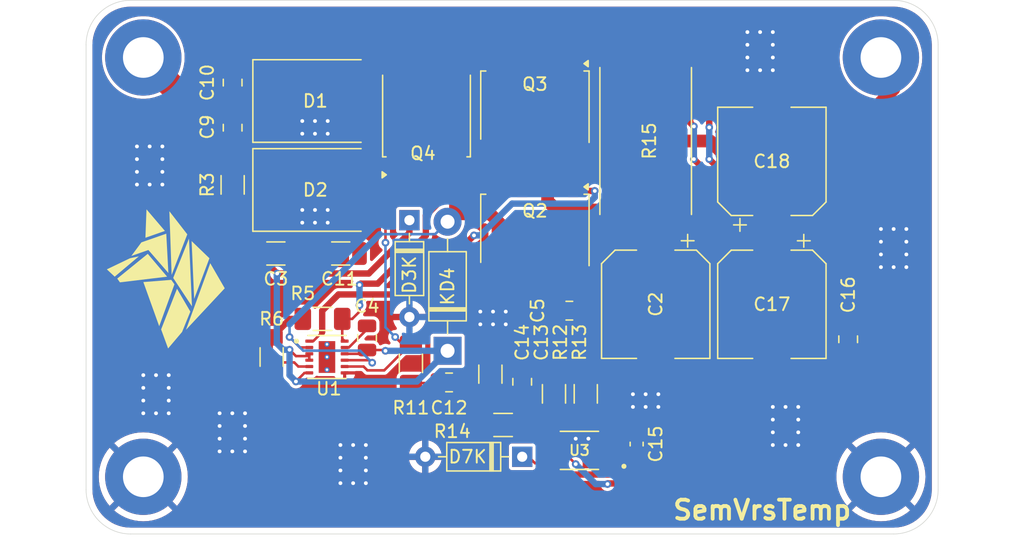
<source format=kicad_pcb>
(kicad_pcb (version 20240108) (generator "pcbnew") (generator_version "8.0")
  (layers (0 "F.Cu" signal) (31 "B.Cu" signal) (34 "B.Paste" user) (35 "F.Paste" user) (36 "B.SilkS" user "B.Silkscreen") (37 "F.SilkS" user "F.Silkscreen") (38 "B.Mask" user) (39 "F.Mask" user) (44 "Edge.Cuts" user))
  (net 0 "")
  (net 1 "GND")
  (net 2 "V_FILTERED")
  (net 3 "/VS")
  (net 4 "Net-(C4--)")
  (net 5 "VBat")
  (net 6 "Net-(C11-+)")
  (net 7 "Net-(C12-+)")
  (net 8 "Net-(C14-+)")
  (net 9 "/OUT")
  (net 10 "Net-(D7-K)")
  (net 11 "/DGATE")
  (net 12 "/SENSE")
  (net 13 "/HGATE")
  (net 14 "Net-(R5--)")
  (net 15 "/UVLO")
  (net 16 "Net-(R14-+)")
  (net 19 "/V_INTER")
  (footprint "PCM_SL_Mechanical:MountingHole_3.2mm_Pad" (layer "F.Cu") (at 47 73)
    (property "Reference" "H1" (hide yes))
    (property "Value" "MountingHole_M3_3.2mm_Pad")
    (pad "1" thru_hole circle (at 0 0) (size 6 6) (drill 3.2) (layers "*.Cu" "*.Mask") (net 1 "GND"))
  )
  (footprint "Capacitor_SMD:C_0805_2012Metric" (layer "F.Cu") (at 76.7925 65.5225 90)
    (property "Reference" "C13" (at 3.1 1.5 -90) (layer "F.SilkS"))
    (property "Value" "100nF")
    (pad "1" smd roundrect (at -0.95 0 90) (size 1 1.45) (layers "F.Cu" "F.Paste" "F.Mask") (net 19 "/V_INTER"))
    (pad "2" smd roundrect (at 0.95 0 90) (size 1 1.45) (layers "F.Cu" "F.Paste" "F.Mask") (net 1 "GND"))
  )
  (footprint "PCM_SL_Mechanical:MountingHole_3.2mm_Pad" (layer "F.Cu") (at 47 40)
    (property "Reference" "H2" (hide yes))
    (property "Value" "MountingHole_M3_3.2mm_Pad")
    (pad "1" thru_hole circle (at 0 0) (size 6 6) (drill 3.2) (layers "*.Cu" "*.Mask") (net 5 "VBat"))
  )
  (footprint "Capacitor_SMD:C_0805_2012Metric" (layer "F.Cu") (at 80.5 59.925 180)
    (property "Reference" "C5" (at 2.5 0.0025 90) (layer "F.SilkS"))
    (property "Value" "2.2uF")
    (pad "1" smd roundrect (at -0.95 0 180) (size 1 1.45) (layers "F.Cu" "F.Paste" "F.Mask") (net 19 "/V_INTER"))
    (pad "2" smd roundrect (at 0.95 0 180) (size 1 1.45) (layers "F.Cu" "F.Paste" "F.Mask") (net 1 "GND"))
  )
  (footprint "Diode_SMD:D_SMC" (layer "F.Cu") (at 60.525 50.425)
    (property "Reference" "D2" (at 0 0 0) (layer "F.SilkS"))
    (property "Value" "5.0SMDJ33CA")
    (pad "1" smd roundrect (at -3.4 0 90) (size 3.3 2.5) (layers "F.Cu" "F.Paste" "F.Mask") (roundrect_rratio 0.1) (net 1 "GND"))
    (pad "2" smd roundrect (at 3.4 0 90) (size 3.3 2.5) (layers "F.Cu" "F.Paste" "F.Mask") (roundrect_rratio 0.1) (net 6 "Net-(C11-+)"))
  )
  (footprint "LM5069MM-2_NOPB:SOP50P490X110-10N" (layer "F.Cu") (at 81.2925 70.9225 180)
    (property "Reference" "U3" (at 0 0 0) (layer "F.SilkS") (effects (font (size 0.8 0.8))))
    (property "Value" "LM5069MM-2_NOPB")
    (pad "1" smd roundrect (at -2.15 -1 180) (size 1.47 0.28) (layers "F.Cu" "F.Paste" "F.Mask") (roundrect_rratio 0.125) (net 12 "/SENSE"))
    (pad "2" smd roundrect (at -2.15 -0.5 180) (size 1.47 0.28) (layers "F.Cu" "F.Paste" "F.Mask") (roundrect_rratio 0.125) (net 19 "/V_INTER"))
    (pad "3" smd roundrect (at -2.15 0 180) (size 1.47 0.28) (layers "F.Cu" "F.Paste" "F.Mask") (roundrect_rratio 0.125) (net 15 "/UVLO"))
    (pad "4" smd roundrect (at -2.15 0.5 180) (size 1.47 0.28) (layers "F.Cu" "F.Paste" "F.Mask") (roundrect_rratio 0.125) (net 1 "GND"))
    (pad "5" smd roundrect (at -2.15 1 180) (size 1.47 0.28) (layers "F.Cu" "F.Paste" "F.Mask") (roundrect_rratio 0.125) (net 1 "GND"))
    (pad "6" smd roundrect (at 2.15 1 180) (size 1.47 0.28) (layers "F.Cu" "F.Paste" "F.Mask") (roundrect_rratio 0.125) (net 8 "Net-(C14-+)"))
    (pad "7" smd roundrect (at 2.15 0.5 180) (size 1.47 0.28) (layers "F.Cu" "F.Paste" "F.Mask") (roundrect_rratio 0.125) (net 16 "Net-(R14-+)"))
    (pad "8" smd roundrect (at 2.15 0 180) (size 1.47 0.28) (layers "F.Cu" "F.Paste" "F.Mask") (roundrect_rratio 0.125))
    (pad "9" smd roundrect (at 2.15 -0.5 180) (size 1.47 0.28) (layers "F.Cu" "F.Paste" "F.Mask") (roundrect_rratio 0.125) (net 2 "V_FILTERED"))
    (pad "10" smd roundrect (at 2.15 -1 180) (size 1.47 0.28) (layers "F.Cu" "F.Paste" "F.Mask") (roundrect_rratio 0.125) (net 10 "Net-(D7-K)"))
  )
  (footprint "Capacitor_SMD:C_0805_2012Metric" (layer "F.Cu") (at 54.025 45.525 -90)
    (property "Reference" "C9" (at -0.05 2 90) (layer "F.SilkS"))
    (property "Value" "100nF")
    (pad "1" smd roundrect (at -0.95 0 270) (size 1 1.45) (layers "F.Cu" "F.Paste" "F.Mask") (net 5 "VBat"))
    (pad "2" smd roundrect (at 0.95 0 270) (size 1 1.45) (layers "F.Cu" "F.Paste" "F.Mask") (net 1 "GND"))
  )
  (footprint "LM74800QDRRRQ1:IC_LM74800QDRRRQ1" (layer "F.Cu") (at 61.4425 63.5725)
    (property "Reference" "U1" (at 0.15 2.5 0) (layer "F.SilkS"))
    (property "Value" "LM74800QDRRRQ1")
    (pad "1" smd roundrect (at -1.39 -1.25) (size 0.62 0.25) (layers "F.Cu" "F.Paste" "F.Mask") (roundrect_rratio 0.2) (net 11 "/DGATE"))
    (pad "2" smd roundrect (at -1.39 -0.75) (size 0.62 0.25) (layers "F.Cu" "F.Paste" "F.Mask") (roundrect_rratio 0.2) (net 9 "/OUT"))
    (pad "3" smd roundrect (at -1.39 -0.25) (size 0.62 0.25) (layers "F.Cu" "F.Paste" "F.Mask") (roundrect_rratio 0.2) (net 3 "/VS"))
    (pad "4" smd roundrect (at -1.39 0.25) (size 0.62 0.25) (layers "F.Cu" "F.Paste" "F.Mask") (roundrect_rratio 0.2) (net 3 "/VS"))
    (pad "5" smd roundrect (at -1.39 0.75) (size 0.62 0.25) (layers "F.Cu" "F.Paste" "F.Mask") (roundrect_rratio 0.2) (net 14 "Net-(R5--)"))
    (pad "6" smd roundrect (at -1.39 1.25) (size 0.62 0.25) (layers "F.Cu" "F.Paste" "F.Mask") (roundrect_rratio 0.2) (net 3 "/VS"))
    (pad "7" smd roundrect (at 1.39 1.25) (size 0.62 0.25) (layers "F.Cu" "F.Paste" "F.Mask") (roundrect_rratio 0.2) (net 1 "GND"))
    (pad "8" smd roundrect (at 1.39 0.75) (size 0.62 0.25) (layers "F.Cu" "F.Paste" "F.Mask") (roundrect_rratio 0.2) (net 13 "/HGATE"))
    (pad "9" smd roundrect (at 1.39 0.25) (size 0.62 0.25) (layers "F.Cu" "F.Paste" "F.Mask") (roundrect_rratio 0.2) (net 9 "/OUT"))
    (pad "10" smd roundrect (at 1.39 -0.25) (size 0.62 0.25) (layers "F.Cu" "F.Paste" "F.Mask") (roundrect_rratio 0.2) (net 3 "/VS"))
    (pad "11" smd roundrect (at 1.39 -0.75) (size 0.62 0.25) (layers "F.Cu" "F.Paste" "F.Mask") (roundrect_rratio 0.2) (net 4 "Net-(C4--)"))
    (pad "12" smd roundrect (at 1.39 -1.25) (size 0.62 0.25) (layers "F.Cu" "F.Paste" "F.Mask") (roundrect_rratio 0.2) (net 2 "V_FILTERED"))
    (pad "13" smd rect (at 0 0) (size 1.3 2.5) (layers "F.Cu" "F.Mask"))
    (pad "14" thru_hole circle (at 0 -1) (size 0.4 0.4) (drill 0.2) (layers "*.Cu"))
    (pad "15" thru_hole circle (at 0 0) (size 0.4 0.4) (drill 0.2) (layers "*.Cu"))
    (pad "16" thru_hole circle (at 0 1) (size 0.4 0.4) (drill 0.2) (layers "*.Cu"))
  )
  (footprint "Capacitor_SMD:C_1206_3216Metric" (layer "F.Cu") (at 62.525 55.425 180)
    (property "Reference" "C11" (at 0.1 -2 0) (layer "F.SilkS"))
    (property "Value" "1uF")
    (pad "1" smd roundrect (at -1.475 0 180) (size 1.15 1.8) (layers "F.Cu" "F.Paste" "F.Mask") (roundrect_rratio 0.217391) (net 6 "Net-(C11-+)"))
    (pad "2" smd roundrect (at 1.475 0 180) (size 1.15 1.8) (layers "F.Cu" "F.Paste" "F.Mask") (roundrect_rratio 0.217391) (net 1 "GND"))
  )
  (footprint "Resistor_SMD:R_1206_3216Metric_Pad1.30x1.75mm_HandSolder" (layer "F.Cu") (at 68.0425 64.0725 -90)
    (property "Reference" "R11" (at 3.5 0 180) (layer "F.SilkS"))
    (property "Value" "100R")
    (pad "1" smd roundrect (at -1.55 0 270) (size 1.3 1.75) (layers "F.Cu" "F.Paste" "F.Mask") (roundrect_rratio 0.192308) (net 13 "/HGATE"))
    (pad "2" smd roundrect (at 1.55 0 270) (size 1.3 1.75) (layers "F.Cu" "F.Paste" "F.Mask") (roundrect_rratio 0.192308) (net 7 "Net-(C12-+)"))
  )
  (footprint "Diode_THT:D_DO-41_SOD81_P10.16mm_Horizontal" (layer "F.Cu") (at 70.925 63.085 90)
    (property "Reference" "D4" (at 5.58 0 90) (layer "F.SilkS"))
    (property "Value" "1N4002")
    (fp_text user "K" (at 4.08 0 90) (layer "F.SilkS"))
    (pad "1" thru_hole rect (at 0 0 90) (size 2.2 2.2) (drill 1.1) (layers "*.Cu" "*.Mask") (net 3 "/VS"))
    (pad "2" thru_hole oval (at 10.16 0 90) (size 2.2 2.2) (drill 1.1) (layers "*.Cu" "*.Mask") (net 9 "/OUT"))
  )
  (footprint "Resistor_SMD:R_1206_3216Metric_Pad1.30x1.75mm_HandSolder" (layer "F.Cu") (at 79.2925 66.4725 -90)
    (property "Reference" "R12" (at -4.05 -0.5 90) (layer "F.SilkS"))
    (property "Value" "95.3k")
    (pad "1" smd roundrect (at -1.55 0 270) (size 1.3 1.75) (layers "F.Cu" "F.Paste" "F.Mask") (roundrect_rratio 0.192308) (net 19 "/V_INTER"))
    (pad "2" smd roundrect (at 1.55 0 270) (size 1.3 1.75) (layers "F.Cu" "F.Paste" "F.Mask") (roundrect_rratio 0.192308) (net 15 "/UVLO"))
  )
  (footprint "Capacitor_SMD:C_0805_2012Metric" (layer "F.Cu") (at 71.0425 65.5725)
    (property "Reference" "C12" (at 0 2 0) (layer "F.SilkS"))
    (property "Value" "10nF")
    (pad "1" smd roundrect (at -0.95 0) (size 1 1.45) (layers "F.Cu" "F.Paste" "F.Mask") (net 7 "Net-(C12-+)"))
    (pad "2" smd roundrect (at 0.95 0) (size 1 1.45) (layers "F.Cu" "F.Paste" "F.Mask") (net 1 "GND"))
  )
  (footprint "Diode_SMD:D_SMC" (layer "F.Cu") (at 60.525 43.425)
    (property "Reference" "D1" (at 0 0 0) (layer "F.SilkS"))
    (property "Value" "5.0SMDJ120A")
    (pad "1" smd roundrect (at -3.4 0 90) (size 3.3 2.5) (layers "F.Cu" "F.Paste" "F.Mask") (roundrect_rratio 0.1) (net 5 "VBat"))
    (pad "2" smd roundrect (at 3.4 0 90) (size 3.3 2.5) (layers "F.Cu" "F.Paste" "F.Mask") (roundrect_rratio 0.1) (net 6 "Net-(C11-+)"))
  )
  (footprint "PCM_SL_Mechanical:MountingHole_3.2mm_Pad" (layer "F.Cu") (at 105 40)
    (property "Reference" "H3" (hide yes))
    (property "Value" "MountingHole_M3_3.2mm_Pad")
    (pad "1" thru_hole circle (at 0 0) (size 6 6) (drill 3.2) (layers "*.Cu" "*.Mask") (net 2 "V_FILTERED"))
  )
  (footprint "Resistor_SMD:R_1206_3216Metric_Pad1.30x1.75mm_HandSolder" (layer "F.Cu") (at 57.0925 63.5725 -90)
    (property "Reference" "R6" (at -3 0 180) (layer "F.SilkS"))
    (property "Value" "3.48K")
    (pad "1" smd roundrect (at -1.55 0 270) (size 1.3 1.75) (layers "F.Cu" "F.Paste" "F.Mask") (roundrect_rratio 0.192308) (net 14 "Net-(R5--)"))
    (pad "2" smd roundrect (at 1.55 0 270) (size 1.3 1.75) (layers "F.Cu" "F.Paste" "F.Mask") (roundrect_rratio 0.192308) (net 1 "GND"))
  )
  (footprint "Capacitor_SMD:CP_Elec_8x10" (layer "F.Cu") (at 96.425 48.175 90)
    (property "Reference" "C18" (at 0 0 0) (layer "F.SilkS"))
    (property "Value" "100uF")
    (pad "1" smd roundrect (at -3.25 0 90) (size 3.5 2.5) (layers "F.Cu" "F.Paste" "F.Mask") (roundrect_rratio 0.1) (net 2 "V_FILTERED"))
    (pad "2" smd roundrect (at 3.25 0 90) (size 3.5 2.5) (layers "F.Cu" "F.Paste" "F.Mask") (roundrect_rratio 0.1) (net 1 "GND"))
  )
  (footprint "Capacitor_SMD:C_1206_3216Metric" (layer "F.Cu") (at 57.425 55.425)
    (property "Reference" "C3" (at 0 2 180) (layer "F.SilkS"))
    (property "Value" "1uF")
    (pad "1" smd roundrect (at -1.475 0) (size 1.15 1.8) (layers "F.Cu" "F.Paste" "F.Mask") (roundrect_rratio 0.217391) (net 3 "/VS"))
    (pad "2" smd roundrect (at 1.475 0) (size 1.15 1.8) (layers "F.Cu" "F.Paste" "F.Mask") (roundrect_rratio 0.217391) (net 1 "GND"))
  )
  (footprint "Capacitor_SMD:CP_Elec_8x10" (layer "F.Cu") (at 87.2925 59.4225 -90)
    (property "Reference" "C2" (at 0 0 90) (layer "F.SilkS"))
    (property "Value" "47uF")
    (pad "1" smd roundrect (at -3.25 0 270) (size 3.5 2.5) (layers "F.Cu" "F.Paste" "F.Mask") (roundrect_rratio 0.1) (net 19 "/V_INTER"))
    (pad "2" smd roundrect (at 3.25 0 270) (size 3.5 2.5) (layers "F.Cu" "F.Paste" "F.Mask") (roundrect_rratio 0.1) (net 1 "GND"))
  )
  (footprint "Resistor_SMD:R_1206_3216Metric_Pad1.30x1.75mm_HandSolder" (layer "F.Cu") (at 61.0925 60.5725 180)
    (property "Reference" "R5" (at 1.55 2 0) (layer "F.SilkS"))
    (property "Value" "100k")
    (pad "1" smd roundrect (at -1.55 0 180) (size 1.3 1.75) (layers "F.Cu" "F.Paste" "F.Mask") (roundrect_rratio 0.192308) (net 2 "V_FILTERED"))
    (pad "2" smd roundrect (at 1.55 0 180) (size 1.3 1.75) (layers "F.Cu" "F.Paste" "F.Mask") (roundrect_rratio 0.192308) (net 14 "Net-(R5--)"))
  )
  (footprint "PCM_SL_Mechanical:MountingHole_3.2mm_Pad" (layer "F.Cu") (at 105 73)
    (property "Reference" "H4" (hide yes))
    (property "Value" "MountingHole_M3_3.2mm_Pad")
    (pad "1" thru_hole circle (at 0 0) (size 6 6) (drill 3.2) (layers "*.Cu" "*.Mask") (net 1 "GND"))
  )
  (footprint "Package_TO_SOT_SMD:LFPAK88" (layer "F.Cu") (at 77.7925 44.4225 -90)
    (property "Reference" "Q3" (at -2.32 0 0) (layer "F.SilkS"))
    (property "Value" "SQJQ466E")
    (pad "1" smd roundrect (at -3.82 -3 270) (size 1.4 1.2) (layers "F.Cu" "F.Paste" "F.Mask") (net 10 "Net-(D7-K)"))
    (pad "2" smd roundrect (at -3.82 -1 270) (size 1.4 1.2) (layers "F.Cu" "F.Paste" "F.Mask") (net 12 "/SENSE"))
    (pad "3" smd roundrect (at -3.82 1 270) (size 1.4 1.2) (layers "F.Cu" "F.Paste" "F.Mask") (net 12 "/SENSE"))
    (pad "4" smd roundrect (at -3.82 3 270) (size 1.4 1.2) (layers "F.Cu" "F.Paste" "F.Mask") (net 12 "/SENSE"))
    (pad "5" smd roundrect (at -0.55 -2.25 270) (size 1.15 2.05) (layers "F.Cu" "F.Paste") (net 2 "V_FILTERED"))
    (pad "5" smd roundrect (at -0.55 0 270) (size 1.15 2.05) (layers "F.Cu" "F.Paste") (net 2 "V_FILTERED"))
    (pad "5" smd roundrect (at -0.55 2.25 270) (size 1.15 2.05) (layers "F.Cu" "F.Paste") (net 2 "V_FILTERED"))
    (pad "5" smd custom (at 0.65 0 270) (size 3.74 6.8) (layers "F.Cu" "F.Mask") (net 2 "V_FILTERED") (options (clearance outline) (anchor rect)) (primitives (gr_poly (pts (xy 1.87 3.4) (xy 1.87 4.3) (xy 3.63 4.3) (xy 3.63 -4.3) (xy 1.87 -4.3) (xy 1.87 -3.4)) (width 0) (fill yes))))
    (pad "5" smd roundrect (at 0.8 -2.25 270) (size 1.15 2.05) (layers "F.Cu" "F.Paste") (net 2 "V_FILTERED"))
    (pad "5" smd roundrect (at 0.8 0 270) (size 1.15 2.05) (layers "F.Cu" "F.Paste") (net 2 "V_FILTERED"))
    (pad "5" smd roundrect (at 0.8 2.25 270) (size 1.15 2.05) (layers "F.Cu" "F.Paste") (net 2 "V_FILTERED"))
    (pad "5" smd roundrect (at 2.15 -2.25 270) (size 1.15 2.05) (layers "F.Cu" "F.Paste") (net 2 "V_FILTERED"))
    (pad "5" smd roundrect (at 2.15 0 270) (size 1.15 2.05) (layers "F.Cu" "F.Paste") (net 2 "V_FILTERED"))
    (pad "5" smd roundrect (at 2.15 2.25 270) (size 1.15 2.05) (layers "F.Cu" "F.Paste") (net 2 "V_FILTERED"))
    (pad "5" smd roundrect (at 3.55 -3.55 270) (size 1.25 1.2) (layers "F.Cu" "F.Paste") (net 2 "V_FILTERED"))
    (pad "5" smd roundrect (at 3.55 0 270) (size 1.25 0.7) (layers "F.Cu" "F.Paste") (net 2 "V_FILTERED"))
    (pad "5" smd roundrect (at 3.55 3.55 270) (size 1.25 1.2) (layers "F.Cu" "F.Paste") (net 2 "V_FILTERED"))
    (pad "5" smd roundrect (at 3.825 -1.7 270) (size 0.7 2.1) (layers "F.Cu" "F.Paste") (net 2 "V_FILTERED"))
    (pad "5" smd roundrect (at 3.825 1.7 270) (size 0.7 2.1) (layers "F.Cu" "F.Paste") (net 2 "V_FILTERED"))
  )
  (footprint "Capacitor_SMD:C_1206_3216Metric" (layer "F.Cu") (at 74.2925 64.9225 90)
    (property "Reference" "C14" (at 2.5 2.5 -90) (layer "F.SilkS"))
    (property "Value" "0.56uF")
    (pad "1" smd roundrect (at -1.475 0 90) (size 1.15 1.8) (layers "F.Cu" "F.Paste" "F.Mask") (roundrect_rratio 0.217391) (net 8 "Net-(C14-+)"))
    (pad "2" smd roundrect (at 1.475 0 90) (size 1.15 1.8) (layers "F.Cu" "F.Paste" "F.Mask") (roundrect_rratio 0.217391) (net 1 "GND"))
  )
  (footprint "Diode_THT:D_DO-35_SOD27_P7.62mm_Horizontal" (layer "F.Cu") (at 76.7925 71.4225 180)
    (property "Reference" "D7" (at 4.81 0 0) (layer "F.SilkS"))
    (property "Value" "1N6263")
    (fp_text user "K" (at 3.31 0 0) (layer "F.SilkS"))
    (pad "1" thru_hole rect (at 0 0 180) (size 1.6 1.6) (drill 0.8) (layers "*.Cu" "*.Mask") (net 10 "Net-(D7-K)"))
    (pad "2" thru_hole oval (at 7.62 0 180) (size 1.6 1.6) (drill 0.8) (layers "*.Cu" "*.Mask") (net 1 "GND"))
  )
  (footprint "Capacitor_SMD:C_0805_2012Metric" (layer "F.Cu") (at 54.025 41.975 90)
    (property "Reference" "C10" (at 0 -2 90) (layer "F.SilkS"))
    (property "Value" "100nF")
    (pad "1" smd roundrect (at -0.95 0 90) (size 1 1.45) (layers "F.Cu" "F.Paste" "F.Mask") (net 5 "VBat"))
    (pad "2" smd roundrect (at 0.95 0 90) (size 1 1.45) (layers "F.Cu" "F.Paste" "F.Mask") (net 1 "GND"))
  )
  (footprint "Capacitor_SMD:C_0805_2012Metric" (layer "F.Cu") (at 102.425 62.175 -90)
    (property "Reference" "C16" (at -3.5 0 90) (layer "F.SilkS"))
    (property "Value" "100nF")
    (pad "1" smd roundrect (at -0.95 0 270) (size 1 1.45) (layers "F.Cu" "F.Paste" "F.Mask") (net 2 "V_FILTERED"))
    (pad "2" smd roundrect (at 0.95 0 270) (size 1 1.45) (layers "F.Cu" "F.Paste" "F.Mask") (net 1 "GND"))
  )
  (footprint "Package_TO_SOT_SMD:TO-252-3_TabPin2" (layer "F.Cu") (at 69.2675 44.5075 90)
    (property "Reference" "Q4" (at -3.04 -0.28 0) (layer "F.SilkS"))
    (property "Value" "IRFR210PBF")
    (pad "1" smd roundrect (at -5.04 -2.28 90) (size 2.2 1.2) (layers "F.Cu" "F.Paste" "F.Mask") (roundrect_rratio 0.208333) (net 13 "/HGATE"))
    (pad "2" smd roundrect (at -5.04 0 90) (size 2.2 1.2) (layers "F.Cu" "F.Paste" "F.Mask") (roundrect_rratio 0.208333) (net 5 "VBat"))
    (pad "2" smd roundrect (at -0.415 -1.525 90) (size 3.05 2.75) (layers "F.Cu" "F.Paste") (roundrect_rratio 0.090909) (net 5 "VBat"))
    (pad "2" smd roundrect (at -0.415 1.525 90) (size 3.05 2.75) (layers "F.Cu" "F.Paste") (roundrect_rratio 0.090909) (net 5 "VBat"))
    (pad "2" smd roundrect (at 1.26 0 90) (size 6.4 5.8) (layers "F.Cu" "F.Mask") (roundrect_rratio 0.043103) (net 5 "VBat"))
    (pad "2" smd roundrect (at 2.935 -1.525 90) (size 3.05 2.75) (layers "F.Cu" "F.Paste") (roundrect_rratio 0.090909) (net 5 "VBat"))
    (pad "2" smd roundrect (at 2.935 1.525 90) (size 3.05 2.75) (layers "F.Cu" "F.Paste") (roundrect_rratio 0.090909) (net 5 "VBat"))
    (pad "3" smd roundrect (at -5.04 2.28 90) (size 2.2 1.2) (layers "F.Cu" "F.Paste" "F.Mask") (roundrect_rratio 0.208333) (net 9 "/OUT"))
  )
  (footprint "Capacitor_SMD:C_0603_1608Metric" (layer "F.Cu") (at 85.7925 70.4225 90)
    (property "Reference" "C15" (at 0 1.5 90) (layer "F.SilkS"))
    (property "Value" "1000pF")
    (pad "1" smd roundrect (at -0.775 0 90) (size 0.9 0.95) (layers "F.Cu" "F.Paste" "F.Mask") (net 19 "/V_INTER"))
    (pad "2" smd roundrect (at 0.775 0 90) (size 0.9 0.95) (layers "F.Cu" "F.Paste" "F.Mask") (net 1 "GND"))
  )
  (footprint "Diode_THT:D_DO-35_SOD27_P7.62mm_Horizontal" (layer "F.Cu") (at 67.925 52.805 -90)
    (property "Reference" "D3" (at 4.81 0 90) (layer "F.SilkS"))
    (property "Value" "1N6263")
    (fp_text user "K" (at 3.31 0 90) (layer "F.SilkS"))
    (pad "1" thru_hole rect (at 0 0 270) (size 1.6 1.6) (drill 0.8) (layers "*.Cu" "*.Mask") (net 3 "/VS"))
    (pad "2" thru_hole oval (at 7.62 0 270) (size 1.6 1.6) (drill 0.8) (layers "*.Cu" "*.Mask") (net 1 "GND"))
  )
  (footprint "Capacitor_SMD:CP_Elec_8x10" (layer "F.Cu") (at 96.425 59.425 -90)
    (property "Reference" "C17" (at 0 0 0) (layer "F.SilkS"))
    (property "Value" "100uF")
    (pad "1" smd roundrect (at -3.25 0 270) (size 3.5 2.5) (layers "F.Cu" "F.Paste" "F.Mask") (roundrect_rratio 0.1) (net 2 "V_FILTERED"))
    (pad "2" smd roundrect (at 3.25 0 270) (size 3.5 2.5) (layers "F.Cu" "F.Paste" "F.Mask") (roundrect_rratio 0.1) (net 1 "GND"))
  )
  (footprint "Resistor_SMD:R_1206_3216Metric_Pad1.30x1.75mm_HandSolder" (layer "F.Cu") (at 75.2925 68.9225 180)
    (property "Reference" "R14" (at 4 -0.5 0) (layer "F.SilkS"))
    (property "Value" "54.9k")
    (pad "1" smd roundrect (at -1.55 0 180) (size 1.3 1.75) (layers "F.Cu" "F.Paste" "F.Mask") (roundrect_rratio 0.192308) (net 16 "Net-(R14-+)"))
    (pad "2" smd roundrect (at 1.55 0 180) (size 1.3 1.75) (layers "F.Cu" "F.Paste" "F.Mask") (roundrect_rratio 0.192308) (net 1 "GND"))
  )
  (footprint "Resistor_SMD:R_Shunt_Vishay_WSR2_WSR3_KelvinConnection" (layer "F.Cu") (at 86.7925 46.5725 90)
    (property "Reference" "R15" (at 0 0 90) (layer "F.SilkS"))
    (property "Value" "0.004R")
    (pad "1" smd rect (at -6.29 2.91 90) (size 0.51 0.6) (layers "F.Cu" "F.Paste" "F.Mask") (net 19 "/V_INTER"))
    (pad "1" smd rect (at -4.575 -0.29 90) (size 3.94 5.84) (layers "F.Cu" "F.Paste" "F.Mask") (net 19 "/V_INTER"))
    (pad "2" smd rect (at 4.575 -0.29 90) (size 3.94 5.84) (layers "F.Cu" "F.Paste" "F.Mask") (net 12 "/SENSE"))
    (pad "2" smd rect (at 6.29 2.91 90) (size 0.51 0.6) (layers "F.Cu" "F.Paste" "F.Mask") (net 12 "/SENSE"))
  )
  (footprint "Resistor_SMD:R_1206_3216Metric_Pad1.30x1.75mm_HandSolder" (layer "F.Cu") (at 81.7925 66.4725 90)
    (property "Reference" "R13" (at 4.05 -0.5 90) (layer "F.SilkS"))
    (property "Value" "13.7k")
    (pad "1" smd roundrect (at -1.55 0 90) (size 1.3 1.75) (layers "F.Cu" "F.Paste" "F.Mask") (roundrect_rratio 0.192308) (net 15 "/UVLO"))
    (pad "2" smd roundrect (at 1.55 0 90) (size 1.3 1.75) (layers "F.Cu" "F.Paste" "F.Mask") (roundrect_rratio 0.192308) (net 1 "GND"))
  )
  (footprint "Capacitor_SMD:C_0805_2012Metric" (layer "F.Cu") (at 64.5925 62.0725 90)
    (property "Reference" "C4" (at 2.5 0 180) (layer "F.SilkS"))
    (property "Value" "100nF")
    (pad "1" smd roundrect (at -0.95 0 90) (size 1 1.45) (layers "F.Cu" "F.Paste" "F.Mask") (net 3 "/VS"))
    (pad "2" smd roundrect (at 0.95 0 90) (size 1 1.45) (layers "F.Cu" "F.Paste" "F.Mask") (net 4 "Net-(C4--)"))
  )
  (footprint "Package_TO_SOT_SMD:LFPAK88" (layer "F.Cu") (at 77.7925 54.1225 -90)
    (property "Reference" "Q2" (at -2.05 0 0) (layer "F.SilkS"))
    (property "Value" "SQJQ466E")
    (pad "1" smd roundrect (at -3.82 -3 270) (size 1.4 1.2) (layers "F.Cu" "F.Paste" "F.Mask") (net 11 "/DGATE"))
    (pad "2" smd roundrect (at -3.82 -1 270) (size 1.4 1.2) (layers "F.Cu" "F.Paste" "F.Mask") (net 19 "/V_INTER"))
    (pad "3" smd roundrect (at -3.82 1 270) (size 1.4 1.2) (layers "F.Cu" "F.Paste" "F.Mask") (net 19 "/V_INTER"))
    (pad "4" smd roundrect (at -3.82 3 270) (size 1.4 1.2) (layers "F.Cu" "F.Paste" "F.Mask") (net 19 "/V_INTER"))
    (pad "5" smd roundrect (at -0.55 -2.25 270) (size 1.15 2.05) (layers "F.Cu" "F.Paste") (net 9 "/OUT"))
    (pad "5" smd roundrect (at -0.55 0 270) (size 1.15 2.05) (layers "F.Cu" "F.Paste") (net 9 "/OUT"))
    (pad "5" smd roundrect (at -0.55 2.25 270) (size 1.15 2.05) (layers "F.Cu" "F.Paste") (net 9 "/OUT"))
    (pad "5" smd custom (at 0.65 0 270) (size 3.74 6.8) (layers "F.Cu" "F.Mask") (net 9 "/OUT") (options (clearance outline) (anchor rect)) (primitives (gr_poly (pts (xy 1.87 3.4) (xy 1.87 4.3) (xy 3.63 4.3) (xy 3.63 -4.3) (xy 1.87 -4.3) (xy 1.87 -3.4)) (width 0) (fill yes))))
    (pad "5" smd roundrect (at 0.8 -2.25 270) (size 1.15 2.05) (layers "F.Cu" "F.Paste") (net 9 "/OUT"))
    (pad "5" smd roundrect (at 0.8 0 270) (size 1.15 2.05) (layers "F.Cu" "F.Paste") (net 9 "/OUT"))
    (pad "5" smd roundrect (at 0.8 2.25 270) (size 1.15 2.05) (layers "F.Cu" "F.Paste") (net 9 "/OUT"))
    (pad "5" smd roundrect (at 2.15 -2.25 270) (size 1.15 2.05) (layers "F.Cu" "F.Paste") (net 9 "/OUT"))
    (pad "5" smd roundrect (at 2.15 0 270) (size 1.15 2.05) (layers "F.Cu" "F.Paste") (net 9 "/OUT"))
    (pad "5" smd roundrect (at 2.15 2.25 270) (size 1.15 2.05) (layers "F.Cu" "F.Paste") (net 9 "/OUT"))
    (pad "5" smd roundrect (at 3.55 -3.55 270) (size 1.25 1.2) (layers "F.Cu" "F.Paste") (net 9 "/OUT"))
    (pad "5" smd roundrect (at 3.55 0 270) (size 1.25 0.7) (layers "F.Cu" "F.Paste") (net 9 "/OUT"))
    (pad "5" smd roundrect (at 3.55 3.55 270) (size 1.25 1.2) (layers "F.Cu" "F.Paste") (net 9 "/OUT"))
    (pad "5" smd roundrect (at 3.825 -1.7 270) (size 0.7 2.1) (layers "F.Cu" "F.Paste") (net 9 "/OUT"))
    (pad "5" smd roundrect (at 3.825 1.7 270) (size 0.7 2.1) (layers "F.Cu" "F.Paste") (net 9 "/OUT"))
  )
  (footprint "Resistor_SMD:R_1206_3216Metric_Pad1.30x1.75mm_HandSolder" (layer "F.Cu") (at 54.025 50.025 -90)
    (property "Reference" "R3" (at 0 2 90) (layer "F.SilkS"))
    (property "Value" "10k")
    (pad "1" smd roundrect (at -1.55 0 270) (size 1.3 1.75) (layers "F.Cu" "F.Paste" "F.Mask") (roundrect_rratio 0.192308) (net 5 "VBat"))
    (pad "2" smd roundrect (at 1.55 0 270) (size 1.3 1.75) (layers "F.Cu" "F.Paste" "F.Mask") (roundrect_rratio 0.192308) (net 3 "/VS"))
  )
  (gr_poly (pts (xy 48.7 53.65) (xy 47.166986 54.185944) (xy 47.25 51.95)) (fill solid) (layer "F.SilkS"))
  (gr_poly (pts (xy 50.826398 59.585489) (xy 49.35 57.350001) (xy 50.591838 54.249273)) (fill solid) (layer "F.SilkS"))
  (gr_poly (pts (xy 53.40444 58.164727) (xy 50.354992 61.434859) (xy 52.264107 56.189612)) (fill solid) (layer "F.SilkS"))
  (gr_poly (pts (xy 48.972416 56.961404) (xy 47.4 55.15) (xy 46.058387 55.619029) (xy 46.85 54.55) (xy 48.806326 53.866066)) (fill solid) (layer "F.SilkS"))
  (gr_poly (pts (xy 44.75 57.25) (xy 44.132756 56.672808) (xy 45.95 55.8) (xy 46.65 55.65)) (fill solid) (layer "F.SilkS"))
  (gr_poly (pts (xy 50.459227 53.917972) (xy 49.227962 57.109567) (xy 49.05 52.1)) (fill solid) (layer "F.SilkS"))
  (gr_poly (pts (xy 48.872076 57.25) (xy 45.162322 57.697251) (xy 44.95 57.4) (xy 47.35 55.45)) (fill solid) (layer "F.SilkS"))
  (gr_poly (pts (xy 50.7 60) (xy 50.05 61.6) (xy 48.95 62.9) (xy 48.4 61.4) (xy 49.65 58.2)) (fill solid) (layer "F.SilkS"))
  (gr_poly (pts (xy 52.200001 55.8) (xy 51 59) (xy 50.8 54.45)) (fill solid) (layer "F.SilkS"))
  (gr_poly (pts (xy 49.45 57.85) (xy 48.25 61.15) (xy 47.003702 57.675) (xy 49.2 57.5)) (fill solid) (layer "F.SilkS"))
  (gr_line (start 109.5 39) (end 109.5 74) (stroke (width 0.05)) (layer "Edge.Cuts"))
  (gr_line (start 46 35.5) (end 106 35.5) (stroke (width 0.05)) (layer "Edge.Cuts"))
  (gr_line (start 106 77.5) (end 46 77.5) (stroke (width 0.05)) (layer "Edge.Cuts"))
  (gr_arc (start 106 35.5) (mid 108.474874 36.525126) (end 109.5 39) (stroke (width 0.05)) (layer "Edge.Cuts"))
  (gr_arc (start 46 77.5) (mid 43.525126 76.474874) (end 42.5 74) (stroke (width 0.05)) (layer "Edge.Cuts"))
  (gr_arc (start 109.5 74) (mid 108.474874 76.474874) (end 106 77.5) (stroke (width 0.05)) (layer "Edge.Cuts"))
  (gr_arc (start 42.5 39) (mid 43.525126 36.525126) (end 46 35.5) (stroke (width 0.05)) (layer "Edge.Cuts"))
  (gr_line (start 42.5 74) (end 42.5 39) (stroke (width 0.05)) (layer "Edge.Cuts"))
  (gr_text "SemVrsTemp" (at 88.5 76.5 0) (layer "F.SilkS") (effects (font (size 1.5 1.5) (thickness 0.3) (bold yes)) (justify left bottom)))
  (segment (start 83.4425 69.9225) (end 83.4425 70.4225) (width 0.2) (layer "F.Cu") (net 1))
  (via (at 96.5 39) (size 0.6) (drill 0.3) (layers "F.Cu" "B.Cu") (net 1))
  (via (at 55 69) (size 0.6) (drill 0.3) (layers "F.Cu" "B.Cu") (net 1))
  (via (at 73.5 60) (size 0.6) (drill 0.3) (layers "F.Cu" "B.Cu") (net 1))
  (via (at 107 54.5) (size 0.6) (drill 0.3) (layers "F.Cu" "B.Cu") (net 1))
  (via (at 82 70) (size 0.6) (drill 0.3) (layers "F.Cu" "B.Cu") (net 1))
  (via (at 60.5 45) (size 0.6) (drill 0.3) (layers "F.Cu" "B.Cu") (net 1))
  (via (at 97.5 70.5) (size 0.6) (drill 0.3) (layers "F.Cu" "B.Cu") (net 1))
  (via (at 48.5 48) (size 0.6) (drill 0.3) (layers "F.Cu" "B.Cu") (net 1))
  (via (at 63.5 70.5) (size 0.6) (drill 0.3) (layers "F.Cu" "B.Cu") (net 1))
  (via (at 107 56.5) (size 0.6) (drill 0.3) (layers "F.Cu" "B.Cu") (net 1))
  (via (at 53 69) (size 0.6) (drill 0.3) (layers "F.Cu" "B.Cu") (net 1))
  (via (at 98.5 70.5) (size 0.6) (drill 0.3) (layers "F.Cu" "B.Cu") (net 1))
  (via (at 64.5 70.5) (size 0.6) (drill 0.3) (layers "F.Cu" "B.Cu") (net 1))
  (via (at 105 53.5) (size 0.6) (drill 0.3) (layers "F.Cu" "B.Cu") (net 1))
  (via (at 96.5 38) (size 0.6) (drill 0.3) (layers "F.Cu" "B.Cu") (net 1))
  (via (at 96.5 70.5) (size 0.6) (drill 0.3) (layers "F.Cu" "B.Cu") (net 1))
  (via (at 98.5 68.5) (size 0.6) (drill 0.3) (layers "F.Cu" "B.Cu") (net 1))
  (via (at 95.5 41) (size 0.6) (drill 0.3) (layers "F.Cu" "B.Cu") (net 1))
  (via (at 55 71) (size 0.6) (drill 0.3) (layers "F.Cu" "B.Cu") (net 1))
  (via (at 96.5 41) (size 0.6) (drill 0.3) (layers "F.Cu" "B.Cu") (net 1))
  (via (at 59.5 52) (size 0.6) (drill 0.3) (layers "F.Cu" "B.Cu") (net 1))
  (via (at 96.5 68.5) (size 0.6) (drill 0.3) (layers "F.Cu" "B.Cu") (net 1))
  (via (at 48.5 49) (size 0.6) (drill 0.3) (layers "F.Cu" "B.Cu") (net 1))
  (via (at 49 65) (size 0.6) (drill 0.3) (layers "F.Cu" "B.Cu") (net 1))
  (via (at 96.5 69.5) (size 0.6) (drill 0.3) (layers "F.Cu" "B.Cu") (net 1))
  (via (at 59.5 45) (size 0.6) (drill 0.3) (layers "F.Cu" "B.Cu") (net 1))
  (via (at 74.5 61) (size 0.6) (drill 0.3) (layers "F.Cu" "B.Cu") (net 1))
  (via (at 97.5 67.5) (size 0.6) (drill 0.3) (layers "F.Cu" "B.Cu") (net 1))
  (via (at 59.5 53) (size 0.6) (drill 0.3) (layers "F.Cu" "B.Cu") (net 1))
  (via (at 48 65) (size 0.6) (drill 0.3) (layers "F.Cu" "B.Cu") (net 1))
  (via (at 61.5 46) (size 0.6) (drill 0.3) (layers "F.Cu" "B.Cu") (net 1))
  (via (at 54 68) (size 0.6) (drill 0.3) (layers "F.Cu" "B.Cu") (net 1))
  (via (at 60.5 53) (size 0.6) (drill 0.3) (layers "F.Cu" "B.Cu") (net 1))
  (via (at 95.5 38) (size 0.6) (drill 0.3) (layers "F.Cu" "B.Cu") (net 1))
  (via (at 73.5 61) (size 0.6) (drill 0.3) (layers "F.Cu" "B.Cu") (net 1))
  (via (at 94.5 39) (size 0.6) (drill 0.3) (layers "F.Cu" "B.Cu") (net 1))
  (via (at 46.5 49) (size 0.6) (drill 0.3) (layers "F.Cu" "B.Cu") (net 1))
  (via (at 46.5 50) (size 0.6) (drill 0.3) (layers "F.Cu" "B.Cu") (net 1))
  (via (at 62.5 71.5) (size 0.6) (drill 0.3) (layers "F.Cu" "B.Cu") (net 1))
  (via (at 54 71) (size 0.6) (drill 0.3) (layers "F.Cu" "B.Cu") (net 1))
  (via (at 62.5 73.5) (size 0.6) (drill 0.3) (layers "F.Cu" "B.Cu") (net 1))
  (via (at 53 68) (size 0.6) (drill 0.3) (layers "F.Cu" "B.Cu") (net 1))
  (via (at 94.5 41) (size 0.6) (drill 0.3) (layers "F.Cu" "B.Cu") (net 1))
  (via (at 61.5 52) (size 0.6) (drill 0.3) (layers "F.Cu" "B.Cu") (net 1))
  (via (at 62.5 72.5) (size 0.6) (drill 0.3) (layers "F.Cu" "B.Cu") (net 1))
  (via (at 98.5 67.5) (size 0.6) (drill 0.3) (layers "F.Cu" "B.Cu") (net 1))
  (via (at 107 53.5) (size 0.6) (drill 0.3) (layers "F.Cu" "B.Cu") (net 1))
  (via (at 96.5 67.5) (size 0.6) (drill 0.3) (layers "F.Cu" "B.Cu") (net 1))
  (via (at 96.5 40) (size 0.6) (drill 0.3) (layers "F.Cu" "B.Cu") (net 1))
  (via (at 49 67) (size 0.6) (drill 0.3) (layers "F.Cu" "B.Cu") (net 1))
  (via (at 46.5 48) (size 0.6) (drill 0.3) (layers "F.Cu" "B.Cu") (net 1))
  (via (at 64.5 73.5) (size 0.6) (drill 0.3) (layers "F.Cu" "B.Cu") (net 1))
  (via (at 98.5 69.5) (size 0.6) (drill 0.3) (layers "F.Cu" "B.Cu") (net 1))
  (via (at 49 66) (size 0.6) (drill 0.3) (layers "F.Cu" "B.Cu") (net 1))
  (via (at 61.5 53) (size 0.6) (drill 0.3) (layers "F.Cu" "B.Cu") (net 1))
  (via (at 81 70) (size 0.6) (drill 0.3) (layers "F.Cu" "B.Cu") (net 1))
  (via (at 106 53.5) (size 0.6) (drill 0.3) (layers "F.Cu" "B.Cu") (net 1))
  (via (at 59.5 46) (size 0.6) (drill 0.3) (layers "F.Cu" "B.Cu") (net 1))
  (via (at 47 68) (size 0.6) (drill 0.3) (layers "F.Cu" "B.Cu") (net 1))
  (via (at 47.5 47) (size 0.6) (drill 0.3) (layers "F.Cu" "B.Cu") (net 1))
  (via (at 86.5 66.5) (size 0.6) (drill 0.3) (layers "F.Cu" "B.Cu") (net 1))
  (via (at 106 56.5) (size 0.6) (drill 0.3) (layers "F.Cu" "B.Cu") (net 1))
  (via (at 86.5 67.5) (size 0.6) (drill 0.3) (layers "F.Cu" "B.Cu") (net 1))
  (via (at 47 67) (size 0.6) (drill 0.3) (layers "F.Cu" "B.Cu") (net 1))
  (via (at 62.5 70.5) (size 0.6) (drill 0.3) (layers "F.Cu" "B.Cu") (net 1))
  (via (at 48 68) (size 0.6) (drill 0.3) (layers "F.Cu" "B.Cu") (net 1))
  (via (at 87.5 67.5) (size 0.6) (drill 0.3) (layers "F.Cu" "B.Cu") (net 1))
  (via (at 47 66) (size 0.6) (drill 0.3) (layers "F.Cu" "B.Cu") (net 1))
  (via (at 60.5 52) (size 0.6) (drill 0.3) (layers "F.Cu" "B.Cu") (net 1))
  (via (at 74.5 60) (size 0.6) (drill 0.3) (layers "F.Cu" "B.Cu") (net 1))
  (via (at 46.5 47) (size 0.6) (drill 0.3) (layers "F.Cu" "B.Cu") (net 1))
  (via (at 55 68) (size 0.6) (drill 0.3) (layers "F.Cu" "B.Cu") (net 1))
  (via (at 47 65) (size 0.6) (drill 0.3) (layers "F.Cu" "B.Cu") (net 1))
  (via (at 85.5 66.5) (size 0.6) (drill 0.3) (layers "F.Cu" "B.Cu") (net 1))
  (via (at 64.5 71.5) (size 0.6) (drill 0.3) (layers "F.Cu" "B.Cu") (net 1))
  (via (at 47.5 50) (size 0.6) (drill 0.3) (layers "F.Cu" "B.Cu") (net 1))
  (via (at 105 54.5) (size 0.6) (drill 0.3) (layers "F.Cu" "B.Cu") (net 1))
  (via (at 55 70) (size 0.6) (drill 0.3) (layers "F.Cu" "B.Cu") (net 1))
  (via (at 48.5 47) (size 0.6) (drill 0.3) (layers "F.Cu" "B.Cu") (net 1))
  (via (at 107 55.5) (size 0.6) (drill 0.3) (layers "F.Cu" "B.Cu") (net 1))
  (via (at 60.5 46) (size 0.6) (drill 0.3) (layers "F.Cu" "B.Cu") (net 1))
  (via (at 94.5 38) (size 0.6) (drill 0.3) (layers "F.Cu" "B.Cu") (net 1))
  (via (at 94.5 40) (size 0.6) (drill 0.3) (layers "F.Cu" "B.Cu") (net 1))
  (via (at 53 71) (size 0.6) (drill 0.3) (layers "F.Cu" "B.Cu") (net 1))
  (via (at 85.5 67.5) (size 0.6) (drill 0.3) (layers "F.Cu" "B.Cu") (net 1))
  (via (at 75.5 60) (size 0.6) (drill 0.3) (layers "F.Cu" "B.Cu") (net 1))
  (via (at 63.5 73.5) (size 0.6) (drill 0.3) (layers "F.Cu" "B.Cu") (net 1))
  (via (at 87.5 66.5) (size 0.6) (drill 0.3) (layers "F.Cu" "B.Cu") (net 1))
  (via (at 105 55.5) (size 0.6) (drill 0.3) (layers "F.Cu" "B.Cu") (net 1))
  (via (at 49 68) (size 0.6) (drill 0.3) (layers "F.Cu" "B.Cu") (net 1))
  (via (at 75.5 61) (size 0.6) (drill 0.3) (layers "F.Cu" "B.Cu") (net 1))
  (via (at 53 70) (size 0.6) (drill 0.3) (layers "F.Cu" "B.Cu") (net 1))
  (via (at 105 56.5) (size 0.6) (drill 0.3) (layers "F.Cu" "B.Cu") (net 1))
  (via (at 48.5 50) (size 0.6) (drill 0.3) (layers "F.Cu" "B.Cu") (net 1))
  (via (at 64.5 72.5) (size 0.6) (drill 0.3) (layers "F.Cu" "B.Cu") (net 1))
  (via (at 61.5 45) (size 0.6) (drill 0.3) (layers "F.Cu" "B.Cu") (net 1))
  (segment (start 83.55 73.5225) (end 89.9775 73.5225) (width 0.5) (layer "F.Cu") (net 2))
  (segment (start 93.5 60.5) (end 96.425 57.575) (width 0.5) (layer "F.Cu") (net 2))
  (segment (start 80.4225 71.4225) (end 79.1425 71.4225) (width 0.2) (layer "F.Cu") (net 2))
  (segment (start 102.425 61.225) (end 101.475 61.225) (width 1) (layer "F.Cu") (net 2))
  (segment (start 65.43 57.8) (end 64.1 57.8) (width 0.5) (layer "F.Cu") (net 2))
  (segment (start 93.5 70) (end 93.5 60.5) (width 0.5) (layer "F.Cu") (net 2))
  (segment (start 97.075 51.425) (end 106 42.5) (width 1) (layer "F.Cu") (net 2))
  (segment (start 69.217157 54.012843) (end 65.43 57.8) (width 0.5) (layer "F.Cu") (net 2))
  (segment (start 62.6425 62.1325) (end 62.8325 62.3225) (width 0.2) (layer "F.Cu") (net 2))
  (segment (start 70.925622 47.9725) (end 70.3175 48.580622) (width 0.5) (layer "F.Cu") (net 2))
  (segment (start 70.3175 51.340468) (end 69.217157 52.440811) (width 0.5) (layer "F.Cu") (net 2))
  (segment (start 69.217157 52.440811) (end 69.217157 54.012843) (width 0.5) (layer "F.Cu") (net 2))
  (segment (start 63.4275 60.5725) (end 62.6425 60.5725) (width 0.2) (layer "F.Cu") (net 2))
  (segment (start 64 60) (end 63.4275 60.5725) (width 0.2) (layer "F.Cu") (net 2))
  (segment (start 62.6425 60.5725) (end 62.6425 62.1325) (width 0.2) (layer "F.Cu") (net 2))
  (segment (start 96.425 51.425) (end 91.5725 46.5725) (width 1) (layer "F.Cu") (net 2))
  (segment (start 96.425 56.175) (end 96.425 57.575) (width 1) (layer "F.Cu") (net 2))
  (segment (start 64 59.5) (end 64 60) (width 0.2) (layer "F.Cu") (net 2))
  (segment (start 91.5725 46.5725) (end 77.7925 46.5725) (width 1) (layer "F.Cu") (net 2))
  (segment (start 81 72) (end 80.4225 71.4225) (width 0.2) (layer "F.Cu") (net 2))
  (segment (start 106 42.5) (end 106 39) (width 1) (layer "F.Cu") (net 2))
  (segment (start 96.425 56.175) (end 96.425 51.425) (width 1) (layer "F.Cu") (net 2))
  (segment (start 64.1 57.8) (end 64 57.9) (width 0.5) (layer "F.Cu") (net 2))
  (segment (start 74.2425 47.9725) (end 70.925622 47.9725) (width 0.5) (layer "F.Cu") (net 2))
  (segment (start 89.9775 73.5225) (end 93.5 70) (width 0.5) (layer "F.Cu") (net 2))
  (segment (start 101.475 61.225) (end 96.425 56.175) (width 1) (layer "F.Cu") (net 2))
  (segment (start 83.5 73.5725) (end 83.55 73.5225) (width 0.5) (layer "F.Cu") (net 2))
  (segment (start 70.3175 48.580622) (end 70.3175 51.340468) (width 0.5) (layer "F.Cu") (net 2))
  (via (at 83.5 73.5725) (size 0.6) (drill 0.3) (layers "F.Cu" "B.Cu") (net 2))
  (via (at 81 72) (size 0.6) (drill 0.3) (layers "F.Cu" "B.Cu") (net 2))
  (via (at 64 57.9) (size 0.6) (drill 0.3) (layers "F.Cu" "B.Cu") (net 2))
  (via (at 64 59.5) (size 0.6) (drill 0.3) (layers "F.Cu" "B.Cu") (net 2))
  (segment (start 82.5725 73.5725) (end 81 72) (width 0.5) (layer "B.Cu") (net 2))
  (segment (start 83.5 73.5725) (end 82.5725 73.5725) (width 0.5) (layer "B.Cu") (net 2))
  (segment (start 64 57.9) (end 64 59.5) (width 0.5) (layer "B.Cu") (net 2))
  (segment (start 59 63.5) (end 58.5 63) (width 0.2) (layer "F.Cu") (net 3))
  (segment (start 60.0525 63.5) (end 60.0525 63.8225) (width 0.2) (layer "F.Cu") (net 3))
  (segment (start 60.0525 63.5) (end 59 63.5) (width 0.2) (layer "F.Cu") (net 3))
  (segment (start 54.025 53.5) (end 55.95 55.425) (width 0.5) (layer "F.Cu") (net 3))
  (segment (start 55.95 55.425) (end 57.525 57) (width 0.5) (layer "F.Cu") (net 3))
  (segment (start 60.0525 64.8225) (end 59.6775 64.8225) (width 0.2) (layer "F.Cu") (net 3))
  (segment (start 59.6775 64.8225) (end 59 65.5) (width 0.2) (layer "F.Cu") (net 3))
  (segment (start 60.0525 63.3225) (end 60.0525 63.5) (width 0.2) (layer "F.Cu") (net 3))
  (segment (start 64.5925 63.0225) (end 65.9775 63.0225) (width 0.2) (layer "F.Cu") (net 3))
  (segment (start 57.525 57) (end 64.73 57) (width 0.5) (layer "F.Cu") (net 3))
  (segment (start 54.025 51.575) (end 54.025 53.5) (width 0.5) (layer "F.Cu") (net 3))
  (segment (start 62.8325 63.3225) (end 64.2925 63.3225) (width 0.2) (layer "F.Cu") (net 3))
  (segment (start 67.925 53.805) (end 67.925 52.805) (width 0.5) (layer "F.Cu") (net 3))
  (segment (start 64.73 57) (end 67.925 53.805) (width 0.5) (layer "F.Cu") (net 3))
  (segment (start 65.9775 63.0225) (end 66.04 63.085) (width 0.2) (layer "F.Cu") (net 3))
  (via (at 57.525 57) (size 0.6) (drill 0.3) (layers "F.Cu" "B.Cu") (net 3))
  (via (at 66.04 63.085) (size 0.6) (drill 0.3) (layers "F.Cu" "B.Cu") (net 3))
  (via (at 58.5 63) (size 0.6) (drill 0.3) (layers "F.Cu" "B.Cu") (net 3))
  (via (at 59 65.5) (size 0.6) (drill 0.3) (layers "F.Cu" "B.Cu") (net 3))
  (segment (start 57.525 57) (end 57.5 57.025) (width 0.2) (layer "B.Cu") (net 3))
  (segment (start 58.5 65) (end 59 65.5) (width 0.5) (layer "B.Cu") (net 3))
  (segment (start 68.51 65.5) (end 59 65.5) (width 0.5) (layer "B.Cu") (net 3))
  (segment (start 58.5 63) (end 58.5 65) (width 0.5) (layer "B.Cu") (net 3))
  (segment (start 58 63) (end 58.5 63) (width 0.5) (layer "B.Cu") (net 3))
  (segment (start 70.925 63.085) (end 68.51 65.5) (width 0.5) (layer "B.Cu") (net 3))
  (segment (start 66.04 63.085) (end 70.925 63.085) (width 0.5) (layer "B.Cu") (net 3))
  (segment (start 57.5 62.5) (end 58 63) (width 0.5) (layer "B.Cu") (net 3))
  (segment (start 57.5 57.025) (end 57.5 62.5) (width 0.5) (layer "B.Cu") (net 3))
  (segment (start 62.8325 62.8225) (end 63.16386 62.8225) (width 0.2) (layer "F.Cu") (net 4))
  (segment (start 63.16386 62.8225) (end 64.5925 61.39386) (width 0.2) (layer "F.Cu") (net 4))
  (segment (start 54.025 42.925) (end 54.025 44.575) (width 2) (layer "F.Cu") (net 5))
  (segment (start 65.52 39.5) (end 61.05 39.5) (width 2) (layer "F.Cu") (net 5))
  (segment (start 61.05 39.5) (end 57.125 43.425) (width 2) (layer "F.Cu") (net 5))
  (segment (start 54.025 42.925) (end 49.925 42.925) (width 2) (layer "F.Cu") (net 5))
  (segment (start 69.2675 43.2475) (end 69.2675 49.5475) (width 1) (layer "F.Cu") (net 5))
  (segment (start 54.025 42.925) (end 56.625 42.925) (width 2) (layer "F.Cu") (net 5))
  (segment (start 54.525 48.475) (end 57.125 45.875) (width 0.5) (layer "F.Cu") (net 5))
  (segment (start 69.2675 43.2475) (end 65.52 39.5) (width 2) (layer "F.Cu") (net 5))
  (segment (start 49.925 42.925) (end 46 39) (width 2) (layer "F.Cu") (net 5))
  (segment (start 57.125 45.875) (end 57.125 43.425) (width 0.5) (layer "F.Cu") (net 5))
  (segment (start 64 55.425) (end 64 50.5) (width 0.5) (layer "F.Cu") (net 6))
  (segment (start 63.925 50.425) (end 63.925 43.425) (width 0.5) (layer "F.Cu") (net 6))
  (segment (start 68.0425 65.6225) (end 70.0425 65.6225) (width 0.2) (layer "F.Cu") (net 7))
  (segment (start 74.2925 66.3975) (end 75.6425 67.7475) (width 0.2) (layer "F.Cu") (net 8))
  (segment (start 77.6175 67.7475) (end 78.1175 68.2475) (width 0.2) (layer "F.Cu") (net 8))
  (segment (start 75.6425 67.7475) (end 77.6175 67.7475) (width 0.2) (layer "F.Cu") (net 8))
  (segment (start 78.1175 68.2475) (end 78.1175 68.8975) (width 0.2) (layer "F.Cu") (net 8))
  (segment (start 78.1175 68.8975) (end 79.1425 69.9225) (width 0.2) (layer "F.Cu") (net 8))
  (segment (start 70.925 52.925) (end 71.5475 52.3025) (width 1) (layer "F.Cu") (net 9))
  (segment (start 71.5475 49.5475) (end 71.5475 52.3025) (width 1) (layer "F.Cu") (net 9))
  (segment (start 59.3225 62.8225) (end 58.5 62) (width 0.2) (layer "F.Cu") (net 9))
  (segment (start 60.0525 62.8225) (end 59.3225 62.8225) (width 0.2) (layer "F.Cu") (net 9))
  (segment (start 71.5475 52.3025) (end 74.2725 52.3025) (width 1) (layer "F.Cu") (net 9))
  (segment (start 64.79864 63.8225) (end 62.8325 63.8225) (width 0.2) (layer "F.Cu") (net 9))
  (segment (start 74.2725 52.3025) (end 75.5425 53.5725) (width 1) (layer "F.Cu") (net 9))
  (segment (start 64.99864 64.0225) (end 64.79864 63.8225) (width 0.2) (layer "F.Cu") (net 9))
  (via (at 64.99864 64.0225) (size 0.6) (drill 0.3) (layers "F.Cu" "B.Cu") (net 9))
  (via (at 58.5 62) (size 0.6) (drill 0.3) (layers "F.Cu" "B.Cu") (net 9))
  (segment (start 65.595 53.905) (end 58.5 61) (width 0.5) (layer "B.Cu") (net 9))
  (segment (start 64.99864 64.0225) (end 64.04864 63.0725) (width 0.2) (layer "B.Cu") (net 9))
  (segment (start 69.945 53.905) (end 65.595 53.905) (width 0.2) (layer "B.Cu") (net 9))
  (segment (start 70.925 52.925) (end 69.945 53.905) (width 0.2) (layer "B.Cu") (net 9))
  (segment (start 59.5725 63.0725) (end 58.5 62) (width 0.2) (layer "B.Cu") (net 9))
  (segment (start 58.5 61) (end 58.5 62) (width 0.2) (layer "B.Cu") (net 9))
  (segment (start 64.04864 63.0725) (end 59.5725 63.0725) (width 0.2) (layer "B.Cu") (net 9))
  (segment (start 80.0425 72.8225) (end 79.8925 72.6725) (width 0.5) (layer "F.Cu") (net 10))
  (segment (start 79.8925 72.6725) (end 79.1425 71.9225) (width 0.2) (layer "F.Cu") (net 10))
  (segment (start 92.5 69.5) (end 89.1775 72.8225) (width 0.5) (layer "F.Cu") (net 10))
  (segment (start 91.5 45.5) (end 91.5 40.25) (width 0.5) (layer "F.Cu") (net 10))
  (segment (start 92.5 49) (end 92.5 69.5) (width 0.5) (layer "F.Cu") (net 10))
  (segment (start 90.75 39.5) (end 81.895 39.5) (width 0.5) (layer "F.Cu") (net 10))
  (segment (start 77.2925 71.4225) (end 77.7925 71.9225) (width 0.2) (layer "F.Cu") (net 10))
  (segment (start 81.895 39.5) (end 80.7925 40.6025) (width 0.5) (layer "F.Cu") (net 10))
  (segment (start 91.5 40.25) (end 90.75 39.5) (width 0.5) (layer "F.Cu") (net 10))
  (segment (start 89.1775 72.8225) (end 80.0425 72.8225) (width 0.5) (layer "F.Cu") (net 10))
  (segment (start 91.5 48) (end 92.5 49) (width 0.5) (layer "F.Cu") (net 10))
  (segment (start 77.7925 71.9225) (end 79.1425 71.9225) (width 0.2) (layer "F.Cu") (net 10))
  (via (at 91.5 48) (size 0.6) (drill 0.3) (layers "F.Cu" "B.Cu") (net 10))
  (via (at 91.5 45.5) (size 0.6) (drill 0.3) (layers "F.Cu" "B.Cu") (net 10))
  (segment (start 91.5 45.5) (end 91.5 48) (width 0.5) (layer "B.Cu") (net 10))
  (segment (start 61.065128 61.619872) (end 60.3625 62.3225) (width 0.2) (layer "F.Cu") (net 11))
  (segment (start 68.35 58.65) (end 62.35 58.65) (width 0.5) (layer "F.Cu") (net 11))
  (segment (start 82.5 50.5) (end 80.99 50.5) (width 0.5) (layer "F.Cu") (net 11))
  (segment (start 73 54) (end 68.35 58.65) (width 0.5) (layer "F.Cu") (net 11))
  (segment (start 61.065128 59.934872) (end 61.065128 61.619872) (width 0.5) (layer "F.Cu") (net 11))
  (segment (start 60.3625 62.3225) (end 60.0525 62.3225) (width 0.2) (layer "F.Cu") (net 11))
  (segment (start 62.35 58.65) (end 61.065128 59.934872) (width 0.5) (layer "F.Cu") (net 11))
  (via (at 73 54) (size 0.6) (drill 0.3) (layers "F.Cu" "B.Cu") (net 11))
  (via (at 82.5 50.5) (size 0.6) (drill 0.3) (layers "F.Cu" "B.Cu") (net 11))
  (segment (start 82 51.5) (end 82.5 51) (width 0.5) (layer "B.Cu") (net 11))
  (segment (start 73.5 54) (end 76 51.5) (width 0.5) (layer "B.Cu") (net 11))
  (segment (start 82.5 51) (end 82.5 50.5) (width 0.5) (layer "B.Cu") (net 11))
  (segment (start 73 54) (end 73.5 54) (width 0.5) (layer "B.Cu") (net 11))
  (segment (start 76 51.5) (end 82 51.5) (width 0.5) (layer "B.Cu") (net 11))
  (segment (start 86.2275 72.2725) (end 83.7925 72.2725) (width 0.2) (layer "F.Cu") (net 12))
  (segment (start 91.5 69) (end 88.3775 72.1225) (width 0.5) (layer "F.Cu") (net 12))
  (segment (start 90 40.58) (end 90 45.13) (width 0.5) (layer "F.Cu") (net 12))
  (segment (start 90 45.13) (end 90.2925 45.4225) (width 0.5) (layer "F.Cu") (net 12))
  (segment (start 83.7925 72.2725) (end 83.4425 71.9225) (width 0.2) (layer "F.Cu") (net 12))
  (segment (start 78.7925 40.6025) (end 74.7925 40.6025) (width 0.5) (layer "F.Cu") (net 12))
  (segment (start 80.1875 41.9975) (end 86.5025 41.9975) (width 0.5) (layer "F.Cu") (net 12))
  (segment (start 88.3775 72.1225) (end 86.2275 72.1225) (width 0.5) (layer "F.Cu") (net 12))
  (segment (start 90.3025 48.01) (end 91.5 49.2075) (width 0.5) (layer "F.Cu") (net 12))
  (segment (start 91.5 49.2075) (end 91.5 69) (width 0.5) (layer "F.Cu") (net 12))
  (segment (start 78.7925 40.6025) (end 80.1875 41.9975) (width 0.5) (layer "F.Cu") (net 12))
  (segment (start 90.2925 48) (end 90.3025 48.01) (width 0.2) (layer "F.Cu") (net 12))
  (segment (start 89.7025 40.2825) (end 90 40.58) (width 0.5) (layer "F.Cu") (net 12))
  (via (at 90.2925 48) (size 0.6) (drill 0.3) (layers "F.Cu" "B.Cu") (net 12))
  (via (at 90.2925 45.4225) (size 0.6) (drill 0.3) (layers "F.Cu" "B.Cu") (net 12))
  (segment (start 90.2925 48) (end 90.2925 45.4225) (width 0.5) (layer "B.Cu") (net 12))
  (segment (start 66.8075 62) (end 67.33 62.5225) (width 0.2) (layer "F.Cu") (net 13))
  (segment (start 66.0425 54.5725) (end 66.0425 50.4925) (width 0.2) (layer "F.Cu") (net 13))
  (segment (start 65.9425 64.6225) (end 68.0425 62.5225) (width 0.2) (layer "F.Cu") (net 13))
  (segment (start 62.8325 64.3225) (end 64.3225 64.3225) (width 0.2) (layer "F.Cu") (net 13))
  (segment (start 66.0425 50.4925) (end 66.9875 49.5475) (width 0.2) (layer "F.Cu") (net 13))
  (segment (start 64.6225 64.6225) (end 65.9425 64.6225) (width 0.2) (layer "F.Cu") (net 13))
  (segment (start 64.3225 64.3225) (end 64.6225 64.6225) (width 0.2) (layer "F.Cu") (net 13))
  (via (at 66.8075 62) (size 0.6) (drill 0.3) (layers "F.Cu" "B.Cu") (net 13))
  (via (at 66.0425 54.5725) (size 0.6) (drill 0.3) (layers "F.Cu" "B.Cu") (net 13))
  (segment (start 66.0425 61.235) (end 66.8075 62) (width 0.2) (layer "B.Cu") (net 13))
  (segment (start 66.0425 54.5725) (end 66.0425 61.235) (width 0.2) (layer "B.Cu") (net 13))
  (segment (start 57.0925 63.5925) (end 57.5 64) (width 0.2) (layer "F.Cu") (net 14))
  (segment (start 59.191029 64.3225) (end 60.0525 64.3225) (width 0.2) (layer "F.Cu") (net 14))
  (segment (start 58.5425 60.5725) (end 57.0925 62.0225) (width 0.5) (layer "F.Cu") (net 14))
  (segment (start 59.5425 60.5725) (end 58.5425 60.5725) (width 0.5) (layer "F.Cu") (net 14))
  (segment (start 57.5 64) (end 58.868529 64) (width 0.2) (layer "F.Cu") (net 14))
  (segment (start 57.0925 62.0225) (end 57.0925 63.5925) (width 0.2) (layer "F.Cu") (net 14))
  (segment (start 58.868529 64) (end 59.191029 64.3225) (width 0.2) (layer "F.Cu") (net 14))
  (segment (start 83.5225 68.0225) (end 81.7925 68.0225) (width 0.2) (layer "F.Cu") (net 15))
  (segment (start 84.7925 69.2925) (end 83.5225 68.0225) (width 0.2) (layer "F.Cu") (net 15))
  (segment (start 83.4425 70.9225) (end 84.222232 70.9225) (width 0.2) (layer "F.Cu") (net 15))
  (segment (start 84.222232 70.9225) (end 84.7925 70.352232) (width 0.2) (layer "F.Cu") (net 15))
  (segment (start 84.7925 70.352232) (end 84.7925 69.2925) (width 0.2) (layer "F.Cu") (net 15))
  (segment (start 79.2925 68.0225) (end 81.7925 68.0225) (width 0.5) (layer "F.Cu") (net 15))
  (segment (start 78.4025 70.4825) (end 79.0825 70.4825) (width 0.2) (layer "F.Cu") (net 16))
  (segment (start 79.0825 70.4825) (end 79.1425 70.4225) (width 0.2) (layer "F.Cu") (net 16))
  (segment (start 76.8425 68.9225) (end 78.4025 70.4825) (width 0.2) (layer "F.Cu") (net 16))
  (segment (start 74.7925 50.3025) (end 78.7925 50.3025) (width 1) (layer "F.Cu") (net 19))
  (segment (start 87.8025 71.1975) (end 85.7925 71.1975) (width 0.5) (layer "F.Cu") (net 19))
  (segment (start 89.7025 52.8625) (end 90.5 53.66) (width 0.5) (layer "F.Cu") (net 19))
  (segment (start 81.45 59.925) (end 81.45 62.765) (width 0.5) (layer "F.Cu") (net 19))
  (segment (start 90.5 68.5) (end 87.8025 71.1975) (width 0.5) (layer "F.Cu") (net 19))
  (segment (start 77.7425 66.4725) (end 79.2925 64.9225) (width 0.5) (layer "F.Cu") (net 19))
  (segment (start 81.45 62.765) (end 79.2925 64.9225) (width 0.5) (layer "F.Cu") (net 19))
  (segment (start 83.075 59.925) (end 81.45 59.925) (width 1) (layer "F.Cu") (net 19))
  (segment (start 86.5025 51.1475) (end 86.5025 55.3825) (width 1) (layer "F.Cu") (net 19))
  (segment (start 85.5675 71.4225) (end 83.4425 71.4225) (width 0.2) (layer "F.Cu") (net 19))
  (segment (start 86.8275 56.1725) (end 83.075 59.925) (width 1) (layer "F.Cu") (net 19))
  (segment (start 78.7925 51.2925) (end 79.5 52) (width 1) (layer "F.Cu") (net 19))
  (segment (start 90.5 53.66) (end 90.5 68.5) (width 0.5) (layer "F.Cu") (net 19))
  (segment (start 76.7925 66.4725) (end 77.7425 66.4725) (width 0.5) (layer "F.Cu") (net 19))
  (segment (start 78.7925 50.3025) (end 78.7925 51.2925) (width 1) (layer "F.Cu") (net 19))
  (segment (start 79.5 52) (end 85.65 52) (width 1) (layer "F.Cu") (net 19))
  (zone (net 1) (net_name "GND") (layers "F&B.Cu") (connect_pads (clearance 0.25)) (min_thickness 0.25) (fill yes (thermal_gap 0.5) (thermal_bridge_width 0.5))
    (polygon (pts (xy 109.5 35.5) (xy 109.5 77.5) (xy 42.5 77.5) (xy 42.5 35.5)))
  )
)
</source>
